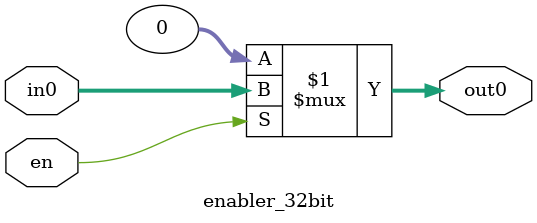
<source format=v>
`timescale 1ns / 1ps

//module enabler_1bit(
//    input wire en, rst,
//    input wire in0,
//    output reg out0
//    );
//    always @(*) begin 
//        if(rst)begin
//            out0 <= 1'b0;
//        end else begin
//            if (en) begin
//                out0 <= in0;
//            end else begin
//                out0 <= out0;
//            end
//        end
//    end
//endmodule

module enabler_2bit(
    input wire en, rst,
    input wire [1:0] in0,
    output reg [1:0] out0
    );
    always @(*) begin 
        if(rst)begin
            out0 <= 2'b00;
        end else begin
            if (en) begin
                out0 <= in0;
            end else begin
                out0 <= out0;
            end
        end
    end
endmodule

//module enabler4_32bit(
//    input wire en,
//    input wire [31:0] in0, in1, in2, in3,
//    output reg [31:0] out0, out1, out2, out3
//    );
//    always @(*) begin
//        if (en) begin
//            out0 <= in0;
//            out1 <= in1;
//            out2 <= in2;
//            out3 <= in3;
//        end
//    end
//endmodule

module enabler_12bit(
    input wire en,
    input wire [11:0] in0,
    output wire [11:0] out0
    ); 
    assign out0 = en? in0 : 12'h000;
endmodule

module enabler_32bit(
    input wire en,
    input wire [31:0] in0,
    output wire [31:0] out0
    ); 
    assign out0 = en? in0 : 32'd0;
endmodule

</source>
